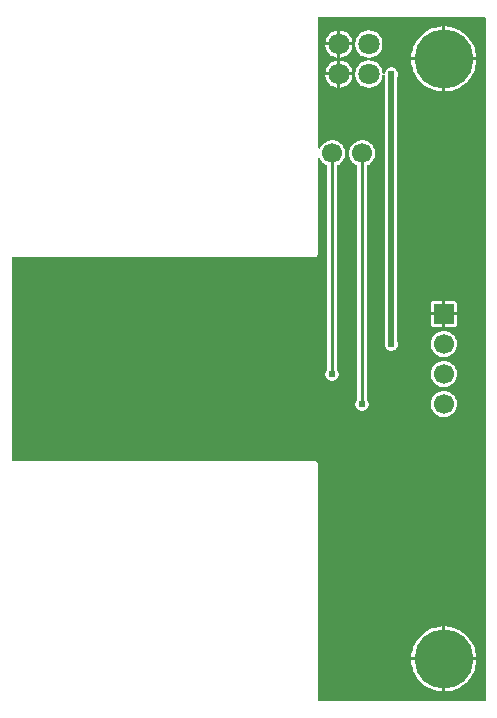
<source format=gbl>
G04 Layer: BottomLayer*
G04 EasyEDA v6.5.32, 2023-07-25 14:04:49*
G04 6491edecb3f74ba59fc972a52df51078,5a6b42c53f6a479593ecc07194224c93,10*
G04 Gerber Generator version 0.2*
G04 Scale: 100 percent, Rotated: No, Reflected: No *
G04 Dimensions in millimeters *
G04 leading zeros omitted , absolute positions ,4 integer and 5 decimal *
%FSLAX45Y45*%
%MOMM*%

%ADD10C,0.5000*%
%ADD11C,0.2540*%
%ADD12R,1.7000X1.7000*%
%ADD13C,1.7000*%
%ADD14C,5.0000*%
%ADD15C,1.8000*%
%ADD16C,0.6096*%
%ADD17C,0.0118*%

%LPD*%
G36*
X4404868Y25908D02*
G01*
X4400956Y26670D01*
X4397705Y28905D01*
X4395470Y32156D01*
X4394708Y36068D01*
X4394708Y2031390D01*
X4393895Y2037892D01*
X4391812Y2043430D01*
X4388256Y2048560D01*
X4385259Y2051608D01*
X4381652Y2054250D01*
X4376115Y2056739D01*
X4368647Y2057907D01*
X1814068Y2057907D01*
X1810156Y2058670D01*
X1806905Y2060905D01*
X1804670Y2064156D01*
X1803907Y2068068D01*
X1803907Y3773932D01*
X1804670Y3777843D01*
X1806905Y3781094D01*
X1810156Y3783329D01*
X1814068Y3784092D01*
X4368190Y3784092D01*
X4374692Y3784904D01*
X4380230Y3786987D01*
X4385360Y3790543D01*
X4388408Y3793540D01*
X4391050Y3797147D01*
X4393539Y3802684D01*
X4394708Y3810152D01*
X4394708Y4611878D01*
X4395470Y4615789D01*
X4397705Y4619091D01*
X4401007Y4621276D01*
X4404918Y4622038D01*
X4408830Y4621225D01*
X4412081Y4618990D01*
X4414266Y4615688D01*
X4414926Y4614062D01*
X4421936Y4601667D01*
X4430420Y4590288D01*
X4440275Y4580077D01*
X4451400Y4571238D01*
X4463542Y4563872D01*
X4470196Y4560925D01*
X4473397Y4558690D01*
X4475480Y4555439D01*
X4476242Y4551629D01*
X4476242Y2838958D01*
X4475480Y2835097D01*
X4473244Y2831795D01*
X4471670Y2830220D01*
X4466031Y2822143D01*
X4461916Y2813253D01*
X4459376Y2803753D01*
X4458512Y2793949D01*
X4459376Y2784195D01*
X4461916Y2774696D01*
X4466031Y2765806D01*
X4471670Y2757728D01*
X4478629Y2750820D01*
X4486656Y2745181D01*
X4495596Y2741015D01*
X4505045Y2738475D01*
X4514850Y2737612D01*
X4524654Y2738475D01*
X4534103Y2741015D01*
X4543044Y2745181D01*
X4551070Y2750820D01*
X4558030Y2757728D01*
X4563668Y2765806D01*
X4567783Y2774696D01*
X4570323Y2784195D01*
X4571187Y2793949D01*
X4570323Y2803753D01*
X4567783Y2813253D01*
X4563668Y2822143D01*
X4558030Y2830220D01*
X4556455Y2831795D01*
X4554220Y2835097D01*
X4553458Y2838958D01*
X4553458Y4551375D01*
X4554118Y4554982D01*
X4556048Y4558131D01*
X4558944Y4560417D01*
X4572355Y4567326D01*
X4583988Y4575454D01*
X4594504Y4585004D01*
X4603699Y4595825D01*
X4611471Y4607763D01*
X4617618Y4620564D01*
X4622088Y4634026D01*
X4624832Y4647996D01*
X4625746Y4662170D01*
X4624832Y4676343D01*
X4622088Y4690313D01*
X4617618Y4703775D01*
X4611471Y4716576D01*
X4603699Y4728514D01*
X4594504Y4739335D01*
X4583988Y4748885D01*
X4572355Y4757013D01*
X4559757Y4763566D01*
X4546396Y4768494D01*
X4532528Y4771644D01*
X4518406Y4773015D01*
X4504182Y4772558D01*
X4490161Y4770272D01*
X4476546Y4766208D01*
X4463542Y4760468D01*
X4451400Y4753102D01*
X4440275Y4744262D01*
X4430420Y4734052D01*
X4421936Y4722672D01*
X4414926Y4710277D01*
X4414266Y4708652D01*
X4412081Y4705350D01*
X4408830Y4703114D01*
X4404918Y4702302D01*
X4401007Y4703064D01*
X4397705Y4705248D01*
X4395470Y4708550D01*
X4394708Y4712462D01*
X4394708Y5805932D01*
X4395470Y5809843D01*
X4397705Y5813094D01*
X4400956Y5815330D01*
X4404868Y5816092D01*
X5805932Y5816092D01*
X5809843Y5815330D01*
X5813094Y5813094D01*
X5815330Y5809843D01*
X5816092Y5805932D01*
X5816092Y36068D01*
X5815330Y32156D01*
X5813094Y28905D01*
X5809843Y26670D01*
X5805932Y25908D01*
G37*

%LPC*%
G36*
X4584700Y5600700D02*
G01*
X4687112Y5600700D01*
X4686960Y5602528D01*
X4684268Y5616803D01*
X4679746Y5630672D01*
X4673549Y5643829D01*
X4665776Y5656122D01*
X4656480Y5667349D01*
X4645863Y5677306D01*
X4634077Y5685840D01*
X4621326Y5692851D01*
X4607814Y5698236D01*
X4593691Y5701842D01*
X4584700Y5702960D01*
G37*
G36*
X5448300Y105613D02*
G01*
X5448300Y368300D01*
X5185410Y368300D01*
X5187289Y346405D01*
X5191150Y323646D01*
X5196890Y301244D01*
X5204460Y279450D01*
X5213858Y258317D01*
X5224983Y238099D01*
X5237784Y218846D01*
X5252161Y200710D01*
X5267960Y183896D01*
X5285130Y168402D01*
X5303520Y154432D01*
X5323027Y142087D01*
X5343499Y131368D01*
X5364835Y122428D01*
X5386781Y115265D01*
X5409285Y109982D01*
X5432145Y106629D01*
G37*
G36*
X5473700Y393700D02*
G01*
X5736336Y393700D01*
X5735929Y404063D01*
X5733034Y427024D01*
X5728208Y449630D01*
X5721553Y471728D01*
X5713018Y493217D01*
X5702757Y513892D01*
X5690819Y533704D01*
X5677204Y552348D01*
X5662117Y569874D01*
X5645607Y586028D01*
X5627827Y600760D01*
X5608828Y613968D01*
X5588812Y625500D01*
X5567934Y635355D01*
X5546242Y643382D01*
X5523992Y649630D01*
X5501284Y653948D01*
X5478322Y656336D01*
X5473700Y656437D01*
G37*
G36*
X5185410Y393700D02*
G01*
X5448300Y393700D01*
X5448300Y656386D01*
X5432145Y655370D01*
X5409285Y652018D01*
X5386781Y646734D01*
X5364835Y639572D01*
X5343499Y630631D01*
X5323027Y619912D01*
X5303520Y607568D01*
X5285130Y593598D01*
X5267960Y578104D01*
X5252161Y561289D01*
X5237784Y543153D01*
X5224983Y523900D01*
X5213858Y503682D01*
X5204460Y482549D01*
X5196890Y460756D01*
X5191150Y438353D01*
X5187289Y415594D01*
G37*
G36*
X5461000Y2429103D02*
G01*
X5475173Y2430018D01*
X5489143Y2432761D01*
X5502605Y2437231D01*
X5515406Y2443378D01*
X5527344Y2451150D01*
X5538165Y2460345D01*
X5547715Y2470861D01*
X5555843Y2482494D01*
X5562396Y2495092D01*
X5567324Y2508453D01*
X5570474Y2522321D01*
X5571845Y2536444D01*
X5571388Y2550668D01*
X5569102Y2564688D01*
X5565089Y2578303D01*
X5559298Y2591308D01*
X5551932Y2603449D01*
X5543092Y2614574D01*
X5532882Y2624429D01*
X5521502Y2632913D01*
X5509107Y2639923D01*
X5495950Y2645257D01*
X5482183Y2648864D01*
X5468112Y2650642D01*
X5453888Y2650642D01*
X5439816Y2648864D01*
X5426049Y2645257D01*
X5412892Y2639923D01*
X5400497Y2632913D01*
X5389118Y2624429D01*
X5378907Y2614574D01*
X5370068Y2603449D01*
X5362702Y2591308D01*
X5356961Y2578303D01*
X5352897Y2564688D01*
X5350611Y2550668D01*
X5350154Y2536444D01*
X5351526Y2522321D01*
X5354675Y2508453D01*
X5359603Y2495092D01*
X5366156Y2482494D01*
X5374284Y2470861D01*
X5383834Y2460345D01*
X5394655Y2451150D01*
X5406593Y2443378D01*
X5419394Y2437231D01*
X5432856Y2432761D01*
X5446826Y2430018D01*
G37*
G36*
X4768850Y2483612D02*
G01*
X4778654Y2484475D01*
X4788103Y2487015D01*
X4797044Y2491181D01*
X4805070Y2496820D01*
X4812030Y2503728D01*
X4817668Y2511806D01*
X4821783Y2520696D01*
X4824323Y2530195D01*
X4825187Y2539949D01*
X4824323Y2549753D01*
X4821783Y2559253D01*
X4817668Y2568143D01*
X4812030Y2576220D01*
X4810455Y2577795D01*
X4808220Y2581097D01*
X4807458Y2584958D01*
X4807458Y4551375D01*
X4808118Y4554982D01*
X4810048Y4558131D01*
X4812944Y4560417D01*
X4826355Y4567326D01*
X4837988Y4575454D01*
X4848504Y4585004D01*
X4857699Y4595825D01*
X4865471Y4607763D01*
X4871618Y4620564D01*
X4876088Y4634026D01*
X4878832Y4647996D01*
X4879746Y4662170D01*
X4878832Y4676343D01*
X4876088Y4690313D01*
X4871618Y4703775D01*
X4865471Y4716576D01*
X4857699Y4728514D01*
X4848504Y4739335D01*
X4837988Y4748885D01*
X4826355Y4757013D01*
X4813757Y4763566D01*
X4800396Y4768494D01*
X4786528Y4771644D01*
X4772406Y4773015D01*
X4758182Y4772558D01*
X4744161Y4770272D01*
X4730546Y4766208D01*
X4717542Y4760468D01*
X4705400Y4753102D01*
X4694275Y4744262D01*
X4684420Y4734052D01*
X4675936Y4722672D01*
X4668926Y4710277D01*
X4663592Y4697120D01*
X4659985Y4683353D01*
X4658207Y4669282D01*
X4658207Y4655058D01*
X4659985Y4640986D01*
X4663592Y4627219D01*
X4668926Y4614062D01*
X4675936Y4601667D01*
X4684420Y4590288D01*
X4694275Y4580077D01*
X4705400Y4571238D01*
X4717542Y4563872D01*
X4724196Y4560925D01*
X4727397Y4558690D01*
X4729480Y4555439D01*
X4730242Y4551629D01*
X4730242Y2584958D01*
X4729480Y2581097D01*
X4727244Y2577795D01*
X4725670Y2576220D01*
X4720031Y2568143D01*
X4715916Y2559253D01*
X4713376Y2549753D01*
X4712512Y2539949D01*
X4713376Y2530195D01*
X4715916Y2520696D01*
X4720031Y2511806D01*
X4725670Y2503728D01*
X4732629Y2496820D01*
X4740656Y2491181D01*
X4749596Y2487015D01*
X4759045Y2484475D01*
G37*
G36*
X5461000Y2683103D02*
G01*
X5475173Y2684018D01*
X5489143Y2686761D01*
X5502605Y2691231D01*
X5515406Y2697378D01*
X5527344Y2705150D01*
X5538165Y2714345D01*
X5547715Y2724861D01*
X5555843Y2736494D01*
X5562396Y2749092D01*
X5567324Y2762453D01*
X5570474Y2776321D01*
X5571845Y2790444D01*
X5571388Y2804668D01*
X5569102Y2818688D01*
X5565089Y2832303D01*
X5559298Y2845308D01*
X5551932Y2857449D01*
X5543092Y2868574D01*
X5532882Y2878429D01*
X5521502Y2886913D01*
X5509107Y2893923D01*
X5495950Y2899257D01*
X5482183Y2902864D01*
X5468112Y2904642D01*
X5453888Y2904642D01*
X5439816Y2902864D01*
X5426049Y2899257D01*
X5412892Y2893923D01*
X5400497Y2886913D01*
X5389118Y2878429D01*
X5378907Y2868574D01*
X5370068Y2857449D01*
X5362702Y2845308D01*
X5356961Y2832303D01*
X5352897Y2818688D01*
X5350611Y2804668D01*
X5350154Y2790444D01*
X5351526Y2776321D01*
X5354675Y2762453D01*
X5359603Y2749092D01*
X5366156Y2736494D01*
X5374284Y2724861D01*
X5383834Y2714345D01*
X5394655Y2705150D01*
X5406593Y2697378D01*
X5419394Y2691231D01*
X5432856Y2686761D01*
X5446826Y2684018D01*
G37*
G36*
X4456887Y5600700D02*
G01*
X4559300Y5600700D01*
X4559300Y5702960D01*
X4550308Y5701842D01*
X4536186Y5698236D01*
X4522673Y5692851D01*
X4509922Y5685840D01*
X4498136Y5677306D01*
X4487519Y5667349D01*
X4478223Y5656122D01*
X4470450Y5643829D01*
X4464253Y5630672D01*
X4459732Y5616803D01*
X4457039Y5602528D01*
G37*
G36*
X5461000Y2937103D02*
G01*
X5475173Y2938018D01*
X5489143Y2940761D01*
X5502605Y2945231D01*
X5515406Y2951378D01*
X5527344Y2959150D01*
X5538165Y2968345D01*
X5547715Y2978861D01*
X5555843Y2990494D01*
X5562396Y3003092D01*
X5567324Y3016453D01*
X5570474Y3030321D01*
X5571845Y3044444D01*
X5571388Y3058668D01*
X5569102Y3072688D01*
X5565089Y3086303D01*
X5559298Y3099308D01*
X5551932Y3111449D01*
X5543092Y3122574D01*
X5532882Y3132429D01*
X5521502Y3140913D01*
X5509107Y3147923D01*
X5495950Y3153257D01*
X5482183Y3156864D01*
X5468112Y3158642D01*
X5453888Y3158642D01*
X5439816Y3156864D01*
X5426049Y3153257D01*
X5412892Y3147923D01*
X5400497Y3140913D01*
X5389118Y3132429D01*
X5378907Y3122574D01*
X5370068Y3111449D01*
X5362702Y3099308D01*
X5356961Y3086303D01*
X5352897Y3072688D01*
X5350611Y3058668D01*
X5350154Y3044444D01*
X5351526Y3030321D01*
X5354675Y3016453D01*
X5359603Y3003092D01*
X5366156Y2990494D01*
X5374284Y2978861D01*
X5383834Y2968345D01*
X5394655Y2959150D01*
X5406593Y2951378D01*
X5419394Y2945231D01*
X5432856Y2940761D01*
X5446826Y2938018D01*
G37*
G36*
X5016500Y2991612D02*
G01*
X5026304Y2992475D01*
X5035753Y2995015D01*
X5044694Y2999181D01*
X5052720Y3004820D01*
X5059680Y3011728D01*
X5065318Y3019806D01*
X5069433Y3028696D01*
X5071973Y3038195D01*
X5072837Y3047949D01*
X5071973Y3057753D01*
X5069433Y3067253D01*
X5068366Y3069590D01*
X5067401Y3073857D01*
X5067401Y5308092D01*
X5068366Y5312410D01*
X5069433Y5314746D01*
X5071973Y5324195D01*
X5072837Y5334000D01*
X5071973Y5343804D01*
X5069433Y5353253D01*
X5065318Y5362194D01*
X5059680Y5370220D01*
X5052720Y5377180D01*
X5044694Y5382818D01*
X5035753Y5386933D01*
X5026304Y5389473D01*
X5016500Y5390337D01*
X5006695Y5389473D01*
X4997246Y5386933D01*
X4988306Y5382818D01*
X4980279Y5377180D01*
X4973320Y5370220D01*
X4967681Y5362194D01*
X4963566Y5353253D01*
X4961077Y5344058D01*
X4959248Y5340451D01*
X4956200Y5337810D01*
X4952288Y5336590D01*
X4948275Y5336997D01*
X4944719Y5338927D01*
X4942179Y5342128D01*
X4941112Y5346039D01*
X4940960Y5348528D01*
X4938268Y5362803D01*
X4933746Y5376672D01*
X4927549Y5389829D01*
X4919776Y5402122D01*
X4910480Y5413349D01*
X4899863Y5423306D01*
X4888077Y5431840D01*
X4875326Y5438851D01*
X4861814Y5444236D01*
X4847691Y5447842D01*
X4833264Y5449671D01*
X4818735Y5449671D01*
X4804308Y5447842D01*
X4790186Y5444236D01*
X4776673Y5438851D01*
X4763922Y5431840D01*
X4752136Y5423306D01*
X4741519Y5413349D01*
X4732223Y5402122D01*
X4724450Y5389829D01*
X4718253Y5376672D01*
X4713732Y5362803D01*
X4711039Y5348528D01*
X4710125Y5334000D01*
X4711039Y5319471D01*
X4713732Y5305196D01*
X4718253Y5291328D01*
X4724450Y5278170D01*
X4732223Y5265877D01*
X4741519Y5254650D01*
X4752136Y5244693D01*
X4763922Y5236159D01*
X4776673Y5229148D01*
X4790186Y5223764D01*
X4804308Y5220157D01*
X4818735Y5218328D01*
X4833264Y5218328D01*
X4847691Y5220157D01*
X4861814Y5223764D01*
X4875326Y5229148D01*
X4888077Y5236159D01*
X4899863Y5244693D01*
X4910480Y5254650D01*
X4919776Y5265877D01*
X4927549Y5278170D01*
X4933746Y5291328D01*
X4938268Y5305196D01*
X4940960Y5319471D01*
X4941112Y5321960D01*
X4942179Y5325872D01*
X4944719Y5329072D01*
X4948275Y5331002D01*
X4952288Y5331409D01*
X4956200Y5330190D01*
X4959248Y5327548D01*
X4961077Y5323941D01*
X4963566Y5314746D01*
X4964633Y5312410D01*
X4965598Y5308092D01*
X4965598Y3073857D01*
X4964633Y3069590D01*
X4963566Y3067253D01*
X4961026Y3057753D01*
X4960162Y3047949D01*
X4961026Y3038195D01*
X4963566Y3028696D01*
X4967681Y3019806D01*
X4973320Y3011728D01*
X4980279Y3004820D01*
X4988306Y2999181D01*
X4997246Y2995015D01*
X5006695Y2992475D01*
G37*
G36*
X5473700Y3191103D02*
G01*
X5545429Y3191103D01*
X5551728Y3191814D01*
X5557215Y3193694D01*
X5562092Y3196793D01*
X5566206Y3200908D01*
X5569305Y3205784D01*
X5571185Y3211271D01*
X5571896Y3217570D01*
X5571896Y3289300D01*
X5473700Y3289300D01*
G37*
G36*
X5376570Y3191103D02*
G01*
X5448300Y3191103D01*
X5448300Y3289300D01*
X5350103Y3289300D01*
X5350103Y3217570D01*
X5350814Y3211271D01*
X5352694Y3205784D01*
X5355793Y3200908D01*
X5359908Y3196793D01*
X5364784Y3193694D01*
X5370271Y3191814D01*
G37*
G36*
X5350103Y3314700D02*
G01*
X5448300Y3314700D01*
X5448300Y3412896D01*
X5376570Y3412896D01*
X5370271Y3412185D01*
X5364784Y3410305D01*
X5359908Y3407206D01*
X5355793Y3403092D01*
X5352694Y3398215D01*
X5350814Y3392728D01*
X5350103Y3386429D01*
G37*
G36*
X5473700Y3314700D02*
G01*
X5571896Y3314700D01*
X5571896Y3386429D01*
X5571185Y3392728D01*
X5569305Y3398215D01*
X5566206Y3403092D01*
X5562092Y3407206D01*
X5557215Y3410305D01*
X5551728Y3412185D01*
X5545429Y3412896D01*
X5473700Y3412896D01*
G37*
G36*
X5473700Y105562D02*
G01*
X5478322Y105664D01*
X5501284Y108051D01*
X5523992Y112369D01*
X5546242Y118618D01*
X5567934Y126644D01*
X5588812Y136499D01*
X5608828Y148031D01*
X5627827Y161239D01*
X5645607Y175971D01*
X5662117Y192125D01*
X5677204Y209600D01*
X5690819Y228295D01*
X5702757Y248107D01*
X5713018Y268782D01*
X5721553Y290271D01*
X5728208Y312369D01*
X5733034Y334975D01*
X5735929Y357936D01*
X5736336Y368300D01*
X5473700Y368300D01*
G37*
G36*
X5473700Y5185562D02*
G01*
X5478322Y5185664D01*
X5501284Y5188051D01*
X5523992Y5192369D01*
X5546242Y5198618D01*
X5567934Y5206644D01*
X5588812Y5216499D01*
X5608828Y5228031D01*
X5627827Y5241239D01*
X5645607Y5255971D01*
X5662117Y5272125D01*
X5677204Y5289600D01*
X5690819Y5308295D01*
X5702757Y5328107D01*
X5713018Y5348782D01*
X5721553Y5370271D01*
X5728208Y5392369D01*
X5733034Y5414975D01*
X5735929Y5437936D01*
X5736336Y5448300D01*
X5473700Y5448300D01*
G37*
G36*
X5448300Y5185613D02*
G01*
X5448300Y5448300D01*
X5185410Y5448300D01*
X5187289Y5426405D01*
X5191150Y5403646D01*
X5196890Y5381244D01*
X5204460Y5359450D01*
X5213858Y5338318D01*
X5224983Y5318099D01*
X5237784Y5298846D01*
X5252161Y5280710D01*
X5267960Y5263896D01*
X5285130Y5248402D01*
X5303520Y5234432D01*
X5323027Y5222087D01*
X5343499Y5211368D01*
X5364835Y5202428D01*
X5386781Y5195265D01*
X5409285Y5189982D01*
X5432145Y5186629D01*
G37*
G36*
X5185410Y5473700D02*
G01*
X5448300Y5473700D01*
X5448300Y5736386D01*
X5432145Y5735370D01*
X5409285Y5732018D01*
X5386781Y5726734D01*
X5364835Y5719572D01*
X5343499Y5710631D01*
X5323027Y5699912D01*
X5303520Y5687568D01*
X5285130Y5673598D01*
X5267960Y5658104D01*
X5252161Y5641289D01*
X5237784Y5623153D01*
X5224983Y5603900D01*
X5213858Y5583682D01*
X5204460Y5562549D01*
X5196890Y5540756D01*
X5191150Y5518353D01*
X5187289Y5495594D01*
G37*
G36*
X4584700Y5219039D02*
G01*
X4593691Y5220157D01*
X4607814Y5223764D01*
X4621326Y5229148D01*
X4634077Y5236159D01*
X4645863Y5244693D01*
X4656480Y5254650D01*
X4665776Y5265877D01*
X4673549Y5278170D01*
X4679746Y5291328D01*
X4684268Y5305196D01*
X4686960Y5319471D01*
X4687112Y5321300D01*
X4584700Y5321300D01*
G37*
G36*
X4559300Y5219039D02*
G01*
X4559300Y5321300D01*
X4456887Y5321300D01*
X4457039Y5319471D01*
X4459732Y5305196D01*
X4464253Y5291328D01*
X4470450Y5278170D01*
X4478223Y5265877D01*
X4487519Y5254650D01*
X4498136Y5244693D01*
X4509922Y5236159D01*
X4522673Y5229148D01*
X4536186Y5223764D01*
X4550308Y5220157D01*
G37*
G36*
X5473700Y5473700D02*
G01*
X5736336Y5473700D01*
X5735929Y5484063D01*
X5733034Y5507024D01*
X5728208Y5529630D01*
X5721553Y5551728D01*
X5713018Y5573217D01*
X5702757Y5593892D01*
X5690819Y5613704D01*
X5677204Y5632348D01*
X5662117Y5649874D01*
X5645607Y5666028D01*
X5627827Y5680760D01*
X5608828Y5693968D01*
X5588812Y5705500D01*
X5567934Y5715355D01*
X5546242Y5723382D01*
X5523992Y5729630D01*
X5501284Y5733948D01*
X5478322Y5736336D01*
X5473700Y5736437D01*
G37*
G36*
X4584700Y5346700D02*
G01*
X4687112Y5346700D01*
X4686960Y5348528D01*
X4684268Y5362803D01*
X4679746Y5376672D01*
X4673549Y5389829D01*
X4665776Y5402122D01*
X4656480Y5413349D01*
X4645863Y5423306D01*
X4634077Y5431840D01*
X4621326Y5438851D01*
X4607814Y5444236D01*
X4593691Y5447842D01*
X4584700Y5448960D01*
G37*
G36*
X4456887Y5346700D02*
G01*
X4559300Y5346700D01*
X4559300Y5448960D01*
X4550308Y5447842D01*
X4536186Y5444236D01*
X4522673Y5438851D01*
X4509922Y5431840D01*
X4498136Y5423306D01*
X4487519Y5413349D01*
X4478223Y5402122D01*
X4470450Y5389829D01*
X4464253Y5376672D01*
X4459732Y5362803D01*
X4457039Y5348528D01*
G37*
G36*
X4818735Y5472328D02*
G01*
X4833264Y5472328D01*
X4847691Y5474157D01*
X4861814Y5477764D01*
X4875326Y5483148D01*
X4888077Y5490159D01*
X4899863Y5498693D01*
X4910480Y5508650D01*
X4919776Y5519877D01*
X4927549Y5532170D01*
X4933746Y5545328D01*
X4938268Y5559196D01*
X4940960Y5573471D01*
X4941874Y5588000D01*
X4940960Y5602528D01*
X4938268Y5616803D01*
X4933746Y5630672D01*
X4927549Y5643829D01*
X4919776Y5656122D01*
X4910480Y5667349D01*
X4899863Y5677306D01*
X4888077Y5685840D01*
X4875326Y5692851D01*
X4861814Y5698236D01*
X4847691Y5701842D01*
X4833264Y5703671D01*
X4818735Y5703671D01*
X4804308Y5701842D01*
X4790186Y5698236D01*
X4776673Y5692851D01*
X4763922Y5685840D01*
X4752136Y5677306D01*
X4741519Y5667349D01*
X4732223Y5656122D01*
X4724450Y5643829D01*
X4718253Y5630672D01*
X4713732Y5616803D01*
X4711039Y5602528D01*
X4710125Y5588000D01*
X4711039Y5573471D01*
X4713732Y5559196D01*
X4718253Y5545328D01*
X4724450Y5532170D01*
X4732223Y5519877D01*
X4741519Y5508650D01*
X4752136Y5498693D01*
X4763922Y5490159D01*
X4776673Y5483148D01*
X4790186Y5477764D01*
X4804308Y5474157D01*
G37*
G36*
X4584700Y5473039D02*
G01*
X4593691Y5474157D01*
X4607814Y5477764D01*
X4621326Y5483148D01*
X4634077Y5490159D01*
X4645863Y5498693D01*
X4656480Y5508650D01*
X4665776Y5519877D01*
X4673549Y5532170D01*
X4679746Y5545328D01*
X4684268Y5559196D01*
X4686960Y5573471D01*
X4687112Y5575300D01*
X4584700Y5575300D01*
G37*
G36*
X4559300Y5473039D02*
G01*
X4559300Y5575300D01*
X4456887Y5575300D01*
X4457039Y5573471D01*
X4459732Y5559196D01*
X4464253Y5545328D01*
X4470450Y5532170D01*
X4478223Y5519877D01*
X4487519Y5508650D01*
X4498136Y5498693D01*
X4509922Y5490159D01*
X4522673Y5483148D01*
X4536186Y5477764D01*
X4550308Y5474157D01*
G37*

%LPD*%
D10*
X5016500Y5334000D02*
G01*
X5016500Y3048000D01*
D11*
X4768850Y4662170D02*
G01*
X4768850Y2540000D01*
X4514850Y4662170D02*
G01*
X4514850Y2794000D01*
D12*
G01*
X5461000Y3302000D03*
D13*
G01*
X5461000Y3047974D03*
G01*
X5461000Y2793974D03*
G01*
X5461000Y2539974D03*
D14*
G01*
X5461000Y5461000D03*
G01*
X5461000Y381000D03*
D15*
G01*
X4572000Y5588000D03*
G01*
X4572000Y5334000D03*
G01*
X4826000Y5334000D03*
G01*
X4826000Y5588000D03*
D13*
G01*
X4514850Y4662170D03*
G01*
X4768850Y4662170D03*
D16*
G01*
X4514850Y2793974D03*
G01*
X4768850Y2539974D03*
G01*
X5016500Y3047974D03*
G01*
X5016500Y5334000D03*
M02*

</source>
